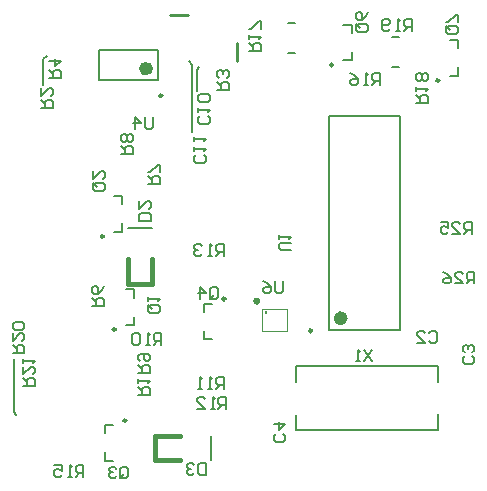
<source format=gbo>
%FSLAX24Y24*%
%MOIN*%
G70*
G01*
G75*
G04 Layer_Color=32896*
%ADD10C,0.0079*%
%ADD11C,0.0276*%
%ADD12R,0.0276X0.0394*%
%ADD13R,0.0236X0.0886*%
%ADD14R,0.0591X0.0295*%
%ADD15R,0.0295X0.0591*%
%ADD16R,0.0354X0.0315*%
%ADD17R,0.0492X0.0433*%
%ADD18R,0.0906X0.0906*%
%ADD19R,0.0354X0.0315*%
%ADD20R,0.0315X0.0354*%
%ADD21R,0.0236X0.0197*%
%ADD22R,0.0394X0.0276*%
%ADD23R,0.0315X0.0630*%
%ADD24R,0.0846X0.0335*%
%ADD25C,0.0335*%
%ADD26R,0.0335X0.0846*%
%ADD27R,0.0886X0.0236*%
%ADD28R,0.0299X0.0945*%
%ADD29C,0.0138*%
%ADD30C,0.0100*%
%ADD31C,0.0118*%
%ADD32C,0.0098*%
%ADD33O,0.0669X0.1181*%
%ADD34R,0.0380X0.0380*%
%ADD35C,0.0380*%
%ADD36C,0.0380*%
%ADD37R,0.0630X0.0315*%
%ADD38R,0.0906X0.0236*%
%ADD39R,0.0630X0.1063*%
%ADD40R,0.0358X0.0480*%
%ADD41R,0.0480X0.0358*%
%ADD42R,0.0118X0.0295*%
%ADD43R,0.2165X0.0827*%
%ADD44C,0.0236*%
%ADD45C,0.0394*%
%ADD46C,0.0039*%
%ADD47C,0.0063*%
%ADD48R,0.0246X0.0433*%
%ADD49C,0.0827*%
%ADD50R,0.0356X0.0474*%
%ADD51R,0.0316X0.0966*%
%ADD52R,0.0671X0.0375*%
%ADD53R,0.0375X0.0671*%
%ADD54R,0.0434X0.0395*%
%ADD55R,0.0572X0.0513*%
%ADD56R,0.0986X0.0986*%
%ADD57R,0.0434X0.0395*%
%ADD58R,0.0395X0.0434*%
%ADD59R,0.0316X0.0277*%
%ADD60R,0.0474X0.0356*%
%ADD61R,0.0395X0.0710*%
%ADD62R,0.0926X0.0415*%
%ADD63C,0.0415*%
%ADD64R,0.0415X0.0926*%
%ADD65R,0.0966X0.0316*%
%ADD66R,0.0379X0.1025*%
%ADD67O,0.0749X0.1261*%
%ADD68R,0.0460X0.0460*%
%ADD69C,0.0460*%
%ADD70R,0.0710X0.0395*%
%ADD71R,0.0986X0.0316*%
%ADD72R,0.0710X0.1143*%
%ADD73R,0.0438X0.0560*%
%ADD74R,0.0560X0.0438*%
%ADD75R,0.0150X0.0327*%
%ADD76R,0.2245X0.0907*%
%ADD77C,0.0150*%
%ADD78C,0.0050*%
D10*
X6024Y13976D02*
X6142Y13858D01*
Y11614D02*
Y13858D01*
X6299Y13701D02*
X6378Y13780D01*
X6299Y12976D02*
Y13701D01*
X1181Y14055D02*
X1292Y14166D01*
X1181Y13189D02*
Y14055D01*
X197Y2283D02*
X276Y2205D01*
X197Y2283D02*
Y4055D01*
X3031Y13346D02*
Y14370D01*
X5000D01*
X3031Y13346D02*
X5000D01*
Y14370D01*
X10699Y5020D02*
X13081D01*
X10699D02*
Y12146D01*
X13081Y5020D02*
Y12146D01*
X10699D02*
X13081D01*
X12795Y14783D02*
X13032D01*
X12795Y13799D02*
X13032D01*
X9331Y15256D02*
X9567D01*
X9331Y14272D02*
X9567D01*
X14724Y13504D02*
X15000D01*
Y13780D01*
X14724Y14685D02*
X15000D01*
Y14409D02*
Y14685D01*
X11181Y14016D02*
X11457D01*
Y14291D01*
X11181Y15197D02*
X11457D01*
Y14921D02*
Y15197D01*
X6535Y4724D02*
Y5000D01*
Y4724D02*
X6811D01*
X6535Y5630D02*
Y5906D01*
X6811D01*
X3228Y669D02*
Y945D01*
Y669D02*
X3504D01*
X3228Y1575D02*
Y1850D01*
X3504D01*
X3543Y8307D02*
X3819D01*
Y8583D01*
X3543Y9488D02*
X3819D01*
Y9213D02*
Y9488D01*
X3937Y5197D02*
X4213D01*
Y5472D01*
X3937Y6378D02*
X4213D01*
Y6102D02*
Y6378D01*
X9606Y1693D02*
Y2205D01*
Y1693D02*
X14331D01*
X9606Y3287D02*
Y3819D01*
X14331D01*
Y1693D02*
Y2234D01*
Y3287D02*
Y3819D01*
D30*
X8369Y5987D02*
G03*
X8369Y5987I-72J0D01*
G01*
X8609Y5617D02*
G03*
X8609Y5617I-2J0D01*
G01*
X5394Y15512D02*
X6014D01*
X4916Y1502D02*
X4920Y1506D01*
X4006Y6573D02*
X4009Y6570D01*
X7639Y13986D02*
Y14606D01*
D32*
X5150Y12835D02*
G03*
X5150Y12835I-49J0D01*
G01*
X10138Y4998D02*
G03*
X10138Y4998I-49J0D01*
G01*
X14380Y13346D02*
G03*
X14380Y13346I-49J0D01*
G01*
X10837Y13858D02*
G03*
X10837Y13858I-49J0D01*
G01*
X7254Y6063D02*
G03*
X7254Y6063I-49J0D01*
G01*
X3947Y2008D02*
G03*
X3947Y2008I-49J0D01*
G01*
X3199Y8150D02*
G03*
X3199Y8150I-49J0D01*
G01*
X3593Y5039D02*
G03*
X3593Y5039I-49J0D01*
G01*
D44*
X4724Y13740D02*
G03*
X4724Y13740I-118J0D01*
G01*
X11211Y5413D02*
G03*
X11211Y5413I-118J0D01*
G01*
D46*
X8483Y5000D02*
X9305D01*
X8483D02*
Y5709D01*
X9306D01*
Y5000D02*
Y5709D01*
D47*
X6548Y10853D02*
X6614Y10787D01*
Y10656D01*
X6548Y10591D01*
X6286D01*
X6220Y10656D01*
Y10787D01*
X6286Y10853D01*
X6220Y10984D02*
Y11115D01*
Y11050D01*
X6614D01*
X6548Y10984D01*
X6220Y11312D02*
Y11443D01*
Y11378D01*
X6614D01*
X6548Y11312D01*
X4843Y12126D02*
Y11798D01*
X4777Y11732D01*
X4646D01*
X4580Y11798D01*
Y12126D01*
X4252Y11732D02*
Y12126D01*
X4449Y11929D01*
X4187D01*
X9449Y7677D02*
X9121D01*
X9055Y7743D01*
Y7874D01*
X9121Y7940D01*
X9449D01*
X9055Y8071D02*
Y8202D01*
Y8136D01*
X9449D01*
X9383Y8071D01*
X15551Y6575D02*
Y6968D01*
X15354D01*
X15289Y6903D01*
Y6772D01*
X15354Y6706D01*
X15551D01*
X15420D02*
X15289Y6575D01*
X14895D02*
X15158D01*
X14895Y6837D01*
Y6903D01*
X14961Y6968D01*
X15092D01*
X15158Y6903D01*
X14502Y6968D02*
X14633Y6903D01*
X14764Y6772D01*
Y6640D01*
X14698Y6575D01*
X14567D01*
X14502Y6640D01*
Y6706D01*
X14567Y6772D01*
X14764D01*
X15472Y8228D02*
Y8622D01*
X15276D01*
X15210Y8556D01*
Y8425D01*
X15276Y8360D01*
X15472D01*
X15341D02*
X15210Y8228D01*
X14816D02*
X15079D01*
X14816Y8491D01*
Y8556D01*
X14882Y8622D01*
X15013D01*
X15079Y8556D01*
X14423Y8622D02*
X14685D01*
Y8425D01*
X14554Y8491D01*
X14489D01*
X14423Y8425D01*
Y8294D01*
X14489Y8228D01*
X14620D01*
X14685Y8294D01*
X512Y3150D02*
X905D01*
Y3346D01*
X840Y3412D01*
X709D01*
X643Y3346D01*
Y3150D01*
Y3281D02*
X512Y3412D01*
Y3806D02*
Y3543D01*
X774Y3806D01*
X840D01*
X905Y3740D01*
Y3609D01*
X840Y3543D01*
X512Y3937D02*
Y4068D01*
Y4002D01*
X905D01*
X840Y3937D01*
X157Y4252D02*
X551D01*
Y4449D01*
X485Y4514D01*
X354D01*
X289Y4449D01*
Y4252D01*
Y4383D02*
X157Y4514D01*
Y4908D02*
Y4646D01*
X420Y4908D01*
X485D01*
X551Y4842D01*
Y4711D01*
X485Y4646D01*
Y5039D02*
X551Y5105D01*
Y5236D01*
X485Y5301D01*
X223D01*
X157Y5236D01*
Y5105D01*
X223Y5039D01*
X485D01*
X13465Y15000D02*
Y15394D01*
X13268D01*
X13202Y15328D01*
Y15197D01*
X13268Y15131D01*
X13465D01*
X13333D02*
X13202Y15000D01*
X13071D02*
X12940D01*
X13005D01*
Y15394D01*
X13071Y15328D01*
X12743Y15066D02*
X12677Y15000D01*
X12546D01*
X12481Y15066D01*
Y15328D01*
X12546Y15394D01*
X12677D01*
X12743Y15328D01*
Y15262D01*
X12677Y15197D01*
X12481D01*
X13622Y12598D02*
X14016D01*
Y12795D01*
X13950Y12861D01*
X13819D01*
X13753Y12795D01*
Y12598D01*
Y12730D02*
X13622Y12861D01*
Y12992D02*
Y13123D01*
Y13058D01*
X14016D01*
X13950Y12992D01*
Y13320D02*
X14016Y13386D01*
Y13517D01*
X13950Y13582D01*
X13884D01*
X13819Y13517D01*
X13753Y13582D01*
X13688D01*
X13622Y13517D01*
Y13386D01*
X13688Y13320D01*
X13753D01*
X13819Y13386D01*
X13884Y13320D01*
X13950D01*
X13819Y13386D02*
Y13517D01*
X8031Y14331D02*
X8425D01*
Y14527D01*
X8359Y14593D01*
X8228D01*
X8163Y14527D01*
Y14331D01*
Y14462D02*
X8031Y14593D01*
Y14724D02*
Y14855D01*
Y14790D01*
X8425D01*
X8359Y14724D01*
X8425Y15052D02*
Y15315D01*
X8359D01*
X8097Y15052D01*
X8031D01*
X12402Y13189D02*
Y13583D01*
X12205D01*
X12139Y13517D01*
Y13386D01*
X12205Y13320D01*
X12402D01*
X12270D02*
X12139Y13189D01*
X12008D02*
X11877D01*
X11942D01*
Y13583D01*
X12008Y13517D01*
X11418Y13583D02*
X11549Y13517D01*
X11680Y13386D01*
Y13255D01*
X11614Y13189D01*
X11483D01*
X11418Y13255D01*
Y13320D01*
X11483Y13386D01*
X11680D01*
X2520Y118D02*
Y512D01*
X2323D01*
X2257Y446D01*
Y315D01*
X2323Y249D01*
X2520D01*
X2388D02*
X2257Y118D01*
X2126D02*
X1995D01*
X2061D01*
Y512D01*
X2126Y446D01*
X1536Y512D02*
X1798D01*
Y315D01*
X1667Y380D01*
X1601D01*
X1536Y315D01*
Y184D01*
X1601Y118D01*
X1733D01*
X1798Y184D01*
X7205Y7480D02*
Y7874D01*
X7008D01*
X6942Y7808D01*
Y7677D01*
X7008Y7612D01*
X7205D01*
X7074D02*
X6942Y7480D01*
X6811D02*
X6680D01*
X6746D01*
Y7874D01*
X6811Y7808D01*
X6483D02*
X6418Y7874D01*
X6286D01*
X6221Y7808D01*
Y7743D01*
X6286Y7677D01*
X6352D01*
X6286D01*
X6221Y7612D01*
Y7546D01*
X6286Y7480D01*
X6418D01*
X6483Y7546D01*
X7283Y2402D02*
Y2795D01*
X7087D01*
X7021Y2730D01*
Y2598D01*
X7087Y2533D01*
X7283D01*
X7152D02*
X7021Y2402D01*
X6890D02*
X6759D01*
X6824D01*
Y2795D01*
X6890Y2730D01*
X6300Y2402D02*
X6562D01*
X6300Y2664D01*
Y2730D01*
X6365Y2795D01*
X6496D01*
X6562Y2730D01*
X7205Y3051D02*
Y3445D01*
X7008D01*
X6942Y3379D01*
Y3248D01*
X7008Y3182D01*
X7205D01*
X7074D02*
X6942Y3051D01*
X6811D02*
X6680D01*
X6746D01*
Y3445D01*
X6811Y3379D01*
X6483Y3051D02*
X6352D01*
X6418D01*
Y3445D01*
X6483Y3379D01*
X5118Y4528D02*
Y4921D01*
X4921D01*
X4856Y4856D01*
Y4724D01*
X4921Y4659D01*
X5118D01*
X4987D02*
X4856Y4528D01*
X4725D02*
X4593D01*
X4659D01*
Y4921D01*
X4725Y4856D01*
X4397D02*
X4331Y4921D01*
X4200D01*
X4134Y4856D01*
Y4593D01*
X4200Y4528D01*
X4331D01*
X4397Y4593D01*
Y4856D01*
X4331Y3583D02*
X4724D01*
Y3779D01*
X4659Y3845D01*
X4527D01*
X4462Y3779D01*
Y3583D01*
Y3714D02*
X4331Y3845D01*
X4396Y3976D02*
X4331Y4042D01*
Y4173D01*
X4396Y4239D01*
X4659D01*
X4724Y4173D01*
Y4042D01*
X4659Y3976D01*
X4593D01*
X4527Y4042D01*
Y4239D01*
X3780Y10906D02*
X4173D01*
Y11102D01*
X4108Y11168D01*
X3976D01*
X3911Y11102D01*
Y10906D01*
Y11037D02*
X3780Y11168D01*
X4108Y11299D02*
X4173Y11365D01*
Y11496D01*
X4108Y11561D01*
X4042D01*
X3976Y11496D01*
X3911Y11561D01*
X3845D01*
X3780Y11496D01*
Y11365D01*
X3845Y11299D01*
X3911D01*
X3976Y11365D01*
X4042Y11299D01*
X4108D01*
X3976Y11365D02*
Y11496D01*
X4670Y9882D02*
X5064D01*
Y10079D01*
X4998Y10144D01*
X4867D01*
X4802Y10079D01*
Y9882D01*
Y10013D02*
X4670Y10144D01*
X5064Y10275D02*
Y10538D01*
X4998D01*
X4736Y10275D01*
X4670D01*
X2820Y5827D02*
X3214D01*
Y6024D01*
X3148Y6089D01*
X3017D01*
X2951Y6024D01*
Y5827D01*
Y5958D02*
X2820Y6089D01*
X3214Y6483D02*
X3148Y6352D01*
X3017Y6220D01*
X2886D01*
X2820Y6286D01*
Y6417D01*
X2886Y6483D01*
X2951D01*
X3017Y6417D01*
Y6220D01*
X1388Y13414D02*
X1781D01*
Y13611D01*
X1716Y13677D01*
X1585D01*
X1519Y13611D01*
Y13414D01*
Y13545D02*
X1388Y13677D01*
Y14005D02*
X1781D01*
X1585Y13808D01*
Y14070D01*
X6969Y13032D02*
X7362D01*
Y13228D01*
X7296Y13294D01*
X7165D01*
X7100Y13228D01*
Y13032D01*
Y13163D02*
X6969Y13294D01*
X7296Y13425D02*
X7362Y13491D01*
Y13622D01*
X7296Y13687D01*
X7231D01*
X7165Y13622D01*
Y13556D01*
Y13622D01*
X7100Y13687D01*
X7034D01*
X6969Y13622D01*
Y13491D01*
X7034Y13425D01*
X1110Y12440D02*
X1504D01*
Y12637D01*
X1438Y12702D01*
X1307D01*
X1241Y12637D01*
Y12440D01*
Y12571D02*
X1110Y12702D01*
Y13096D02*
Y12834D01*
X1372Y13096D01*
X1438D01*
X1504Y13030D01*
Y12899D01*
X1438Y12834D01*
X4334Y2869D02*
X4727D01*
Y3066D01*
X4662Y3131D01*
X4531D01*
X4465Y3066D01*
Y2869D01*
Y3000D02*
X4334Y3131D01*
Y3263D02*
Y3394D01*
Y3328D01*
X4727D01*
X4662Y3263D01*
X14672Y15144D02*
X14934D01*
X15000Y15079D01*
Y14947D01*
X14934Y14882D01*
X14672D01*
X14606Y14947D01*
Y15079D01*
X14737Y15013D02*
X14606Y15144D01*
Y15079D02*
X14672Y15144D01*
X15000Y15275D02*
Y15538D01*
X14934D01*
X14672Y15275D01*
X14606D01*
X11680Y15223D02*
X11942D01*
X12008Y15157D01*
Y15026D01*
X11942Y14961D01*
X11680D01*
X11614Y15026D01*
Y15157D01*
X11745Y15092D02*
X11614Y15223D01*
Y15157D02*
X11680Y15223D01*
X12008Y15617D02*
X11942Y15485D01*
X11811Y15354D01*
X11680D01*
X11614Y15420D01*
Y15551D01*
X11680Y15617D01*
X11745D01*
X11811Y15551D01*
Y15354D01*
X6745Y6129D02*
Y6391D01*
X6811Y6457D01*
X6942D01*
X7008Y6391D01*
Y6129D01*
X6942Y6063D01*
X6811D01*
X6877Y6194D02*
X6745Y6063D01*
X6811D02*
X6745Y6129D01*
X6418Y6063D02*
Y6457D01*
X6614Y6260D01*
X6352D01*
X3753Y144D02*
Y407D01*
X3819Y472D01*
X3950D01*
X4016Y407D01*
Y144D01*
X3950Y79D01*
X3819D01*
X3885Y210D02*
X3753Y79D01*
X3819D02*
X3753Y144D01*
X3622Y407D02*
X3557Y472D01*
X3425D01*
X3360Y407D01*
Y341D01*
X3425Y276D01*
X3491D01*
X3425D01*
X3360Y210D01*
Y144D01*
X3425Y79D01*
X3557D01*
X3622Y144D01*
X2920Y9914D02*
X3182D01*
X3248Y9849D01*
Y9717D01*
X3182Y9652D01*
X2920D01*
X2854Y9717D01*
Y9849D01*
X2986Y9783D02*
X2854Y9914D01*
Y9849D02*
X2920Y9914D01*
X2854Y10308D02*
Y10045D01*
X3117Y10308D01*
X3182D01*
X3248Y10242D01*
Y10111D01*
X3182Y10045D01*
X4751Y5853D02*
X5013D01*
X5079Y5787D01*
Y5656D01*
X5013Y5591D01*
X4751D01*
X4685Y5656D01*
Y5787D01*
X4816Y5722D02*
X4685Y5853D01*
Y5787D02*
X4751Y5853D01*
X4685Y5984D02*
Y6115D01*
Y6050D01*
X5079D01*
X5013Y5984D01*
X6614Y590D02*
Y197D01*
X6417D01*
X6352Y262D01*
Y525D01*
X6417Y590D01*
X6614D01*
X6221Y525D02*
X6155Y590D01*
X6024D01*
X5958Y525D01*
Y459D01*
X6024Y394D01*
X6089D01*
X6024D01*
X5958Y328D01*
Y262D01*
X6024Y197D01*
X6155D01*
X6221Y262D01*
X4764Y8661D02*
X4370D01*
Y8858D01*
X4436Y8924D01*
X4698D01*
X4764Y8858D01*
Y8661D01*
X4370Y9317D02*
Y9055D01*
X4632Y9317D01*
X4698D01*
X4764Y9252D01*
Y9121D01*
X4698Y9055D01*
X6667Y12152D02*
X6732Y12087D01*
Y11955D01*
X6667Y11890D01*
X6404D01*
X6339Y11955D01*
Y12087D01*
X6404Y12152D01*
X6339Y12283D02*
Y12415D01*
Y12349D01*
X6732D01*
X6667Y12283D01*
Y12611D02*
X6732Y12677D01*
Y12808D01*
X6667Y12874D01*
X6404D01*
X6339Y12808D01*
Y12677D01*
X6404Y12611D01*
X6667D01*
X9186Y1562D02*
X9252Y1496D01*
Y1365D01*
X9186Y1299D01*
X8924D01*
X8858Y1365D01*
Y1496D01*
X8924Y1562D01*
X8858Y1890D02*
X9252D01*
X9055Y1693D01*
Y1955D01*
X15485Y4143D02*
X15551Y4078D01*
Y3947D01*
X15485Y3881D01*
X15223D01*
X15157Y3947D01*
Y4078D01*
X15223Y4143D01*
X15485Y4275D02*
X15551Y4340D01*
Y4471D01*
X15485Y4537D01*
X15420D01*
X15354Y4471D01*
Y4406D01*
Y4471D01*
X15289Y4537D01*
X15223D01*
X15157Y4471D01*
Y4340D01*
X15223Y4275D01*
X14029Y4934D02*
X14095Y5000D01*
X14226D01*
X14291Y4934D01*
Y4672D01*
X14226Y4606D01*
X14095D01*
X14029Y4672D01*
X13635Y4606D02*
X13898D01*
X13635Y4869D01*
Y4934D01*
X13701Y5000D01*
X13832D01*
X13898Y4934D01*
X9173Y6653D02*
Y6325D01*
X9108Y6260D01*
X8976D01*
X8911Y6325D01*
Y6653D01*
X8517D02*
X8648Y6588D01*
X8780Y6457D01*
Y6325D01*
X8714Y6260D01*
X8583D01*
X8517Y6325D01*
Y6391D01*
X8583Y6457D01*
X8780D01*
X12126Y4370D02*
X11864Y3976D01*
Y4370D02*
X12126Y3976D01*
X11732D02*
X11601D01*
X11667D01*
Y4370D01*
X11732Y4304D01*
D77*
X4916Y699D02*
Y1502D01*
Y699D02*
X5738D01*
X4920Y1506D02*
X5738D01*
X4009Y6570D02*
X4813D01*
X4006Y6573D02*
Y7392D01*
X4813Y6570D02*
Y7392D01*
D78*
X6766Y699D02*
Y1506D01*
X4006Y8420D02*
X4813D01*
M02*

</source>
